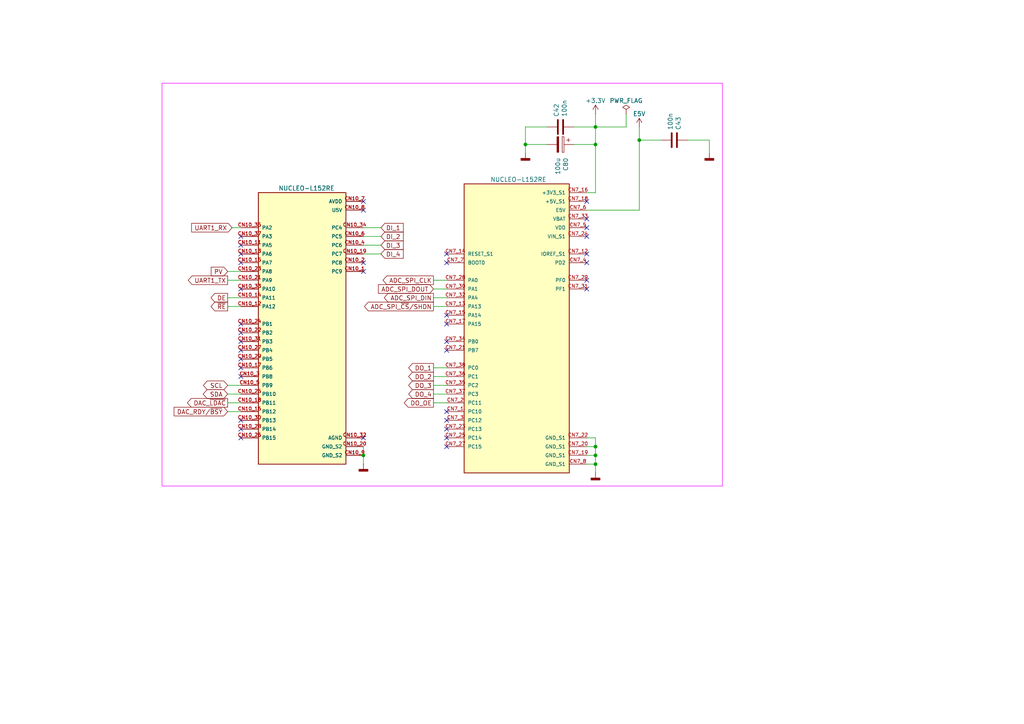
<source format=kicad_sch>
(kicad_sch (version 20250114) (generator "eeschema") (generator_version "9.0")
  (paper "A4")
  (lib_symbols
    (symbol "Device:C" (pin_numbers (hide yes)) (pin_names (offset 0.254))
      (property "Reference" "C" (at 0.635 2.54 0))
      (property "Value" "C" (at 0.635 -2.54 0))
      (symbol "C_0_1"
        (polyline (pts (xy -2.032 0.762) (xy 2.032 0.762)) (stroke (width 0.508)))
        (polyline (pts (xy -2.032 -0.762) (xy 2.032 -0.762)) (stroke (width 0.508)))
      )
      (symbol "C_1_1"
        (pin passive line (at 0 3.81 270) (length 2.794) (name "~") (number "1"))
        (pin passive line (at 0 -3.81 90) (length 2.794) (name "~") (number "2"))
      )
    )
    (symbol "Device:C_Polarized" (pin_numbers (hide yes)) (pin_names (offset 0.254))
      (property "Reference" "C" (at 0.635 2.54 0))
      (property "Value" "C_Polarized" (at 0.635 -2.54 0))
      (symbol "C_Polarized_0_1"
        (rectangle (start -2.286 0.508) (end 2.286 1.016))
        (polyline (pts (xy -1.778 2.286) (xy -0.762 2.286)))
        (polyline (pts (xy -1.27 2.794) (xy -1.27 1.778)))
        (rectangle (start 2.286 -0.508) (end -2.286 -1.016) (fill (type outline)))
      )
      (symbol "C_Polarized_1_1"
        (pin passive line (at 0 3.81 270) (length 2.794) (name "~") (number "1"))
        (pin passive line (at 0 -3.81 90) (length 2.794) (name "~") (number "2"))
      )
    )
    (symbol "NUCLEO-L152RE_1" (pin_names (offset 1.016))
      (property "Value" "NUCLEO-L152RE" (at 1.27 39.37 0))
      (symbol "NUCLEO-L152RE_1_1_0"
        (rectangle (start -15.24 -43.18) (end 15.24 40.64) (stroke (width 0.254)) (fill (type background)))
        (pin bidirectional line (at -20.32 20.32 0) (length 5.08) (name "RESET_S1") (number "CN7_14"))
        (pin bidirectional line (at -20.32 17.78 0) (length 5.08) (name "BOOT0") (number "CN7_7"))
        (pin bidirectional line (at -20.32 12.7 0) (length 5.08) (name "PA0") (number "CN7_28"))
        (pin bidirectional line (at -20.32 10.16 0) (length 5.08) (name "PA1") (number "CN7_30"))
        (pin bidirectional line (at -20.32 7.62 0) (length 5.08) (name "PA4") (number "CN7_32"))
        (pin bidirectional line (at -20.32 5.08 0) (length 5.08) (name "PA13") (number "CN7_13"))
        (pin bidirectional line (at -20.32 2.54 0) (length 5.08) (name "PA14") (number "CN7_15"))
        (pin bidirectional line (at -20.32 0 0) (length 5.08) (name "PA15") (number "CN7_17"))
        (pin bidirectional line (at -20.32 -5.08 0) (length 5.08) (name "PB0") (number "CN7_34"))
        (pin bidirectional line (at -20.32 -7.62 0) (length 5.08) (name "PB7") (number "CN7_21"))
        (pin bidirectional line (at -20.32 -12.7 0) (length 5.08) (name "PC0") (number "CN7_38"))
        (pin bidirectional line (at -20.32 -15.24 0) (length 5.08) (name "PC1") (number "CN7_36"))
        (pin bidirectional line (at -20.32 -17.78 0) (length 5.08) (name "PC2") (number "CN7_35"))
        (pin bidirectional line (at -20.32 -20.32 0) (length 5.08) (name "PC3") (number "CN7_37"))
        (pin bidirectional line (at -20.32 -22.86 0) (length 5.08) (name "PC11") (number "CN7_2"))
        (pin bidirectional line (at -20.32 -25.4 0) (length 5.08) (name "PC10") (number "CN7_1"))
        (pin bidirectional line (at -20.32 -27.94 0) (length 5.08) (name "PC12") (number "CN7_3"))
        (pin bidirectional line (at -20.32 -30.48 0) (length 5.08) (name "PC13") (number "CN7_23"))
        (pin bidirectional line (at -20.32 -33.02 0) (length 5.08) (name "PC14") (number "CN7_25"))
        (pin bidirectional line (at -20.32 -35.56 0) (length 5.08) (name "PC15") (number "CN7_27"))
        (pin power_in line (at 20.32 38.1 180) (length 5.08) (name "+3V3_S1") (number "CN7_16"))
        (pin power_in line (at 20.32 35.56 180) (length 5.08) (name "+5V_S1") (number "CN7_18"))
        (pin power_in line (at 20.32 33.02 180) (length 5.08) (name "E5V") (number "CN7_6"))
        (pin power_in line (at 20.32 30.48 180) (length 5.08) (name "VBAT") (number "CN7_33"))
        (pin power_in line (at 20.32 27.94 180) (length 5.08) (name "VDD") (number "CN7_5"))
        (pin power_in line (at 20.32 25.4 180) (length 5.08) (name "VIN_S1") (number "CN7_24"))
        (pin bidirectional line (at 20.32 20.32 180) (length 5.08) (name "IOREF_S1") (number "CN7_12"))
        (pin bidirectional line (at 20.32 17.78 180) (length 5.08) (name "PD2") (number "CN7_4"))
        (pin bidirectional line (at 20.32 12.7 180) (length 5.08) (name "PF0") (number "CN7_29"))
        (pin bidirectional line (at 20.32 10.16 180) (length 5.08) (name "PF1") (number "CN7_31"))
        (pin passive line (at 20.32 -33.02 180) (length 5.08) (name "GND_S1") (number "CN7_22"))
        (pin passive line (at 20.32 -35.56 180) (length 5.08) (name "GND_S1") (number "CN7_20"))
        (pin passive line (at 20.32 -38.1 180) (length 5.08) (name "GND_S1") (number "CN7_19"))
        (pin passive line (at 20.32 -40.64 180) (length 5.08) (name "GND_S1") (number "CN7_8"))
      )
      (symbol "NUCLEO-L152RE_1_2_0"
        (rectangle (start -12.7 -40.64) (end 12.7 38.1) (stroke (width 0.254)) (fill (type background)))
        (pin bidirectional line (at -17.78 27.94 0) (length 5.08) (name "PA2") (number "CN10_35"))
        (pin bidirectional line (at -17.78 25.4 0) (length 5.08) (name "PA3") (number "CN10_37"))
        (pin bidirectional line (at -17.78 22.86 0) (length 5.08) (name "PA5") (number "CN10_11"))
        (pin bidirectional line (at -17.78 20.32 0) (length 5.08) (name "PA6") (number "CN10_13"))
        (pin bidirectional line (at -17.78 17.78 0) (length 5.08) (name "PA7") (number "CN10_15"))
        (pin bidirectional line (at -17.78 15.24 0) (length 5.08) (name "PA8") (number "CN10_23"))
        (pin bidirectional line (at -17.78 12.7 0) (length 5.08) (name "PA9") (number "CN10_21"))
        (pin bidirectional line (at -17.78 10.16 0) (length 5.08) (name "PA10") (number "CN10_33"))
        (pin bidirectional line (at -17.78 7.62 0) (length 5.08) (name "PA11") (number "CN10_14"))
        (pin bidirectional line (at -17.78 5.08 0) (length 5.08) (name "PA12") (number "CN10_12"))
        (pin bidirectional line (at -17.78 0 0) (length 5.08) (name "PB1") (number "CN10_24"))
        (pin bidirectional line (at -17.78 -2.54 0) (length 5.08) (name "PB2") (number "CN10_22"))
        (pin bidirectional line (at -17.78 -5.08 0) (length 5.08) (name "PB3") (number "CN10_31"))
        (pin bidirectional line (at -17.78 -7.62 0) (length 5.08) (name "PB4") (number "CN10_27"))
        (pin bidirectional line (at -17.78 -10.16 0) (length 5.08) (name "PB5") (number "CN10_29"))
        (pin bidirectional line (at -17.78 -12.7 0) (length 5.08) (name "PB6") (number "CN10_17"))
        (pin bidirectional line (at -17.78 -15.24 0) (length 5.08) (name "PB8") (number "CN10_3"))
        (pin bidirectional line (at -17.78 -17.78 0) (length 5.08) (name "PB9") (number "CN10_5"))
        (pin bidirectional line (at -17.78 -20.32 0) (length 5.08) (name "PB10") (number "CN10_25"))
        (pin bidirectional line (at -17.78 -22.86 0) (length 5.08) (name "PB11") (number "CN10_18"))
        (pin bidirectional line (at -17.78 -25.4 0) (length 5.08) (name "PB12") (number "CN10_16"))
        (pin bidirectional line (at -17.78 -27.94 0) (length 5.08) (name "PB13") (number "CN10_30"))
        (pin bidirectional line (at -17.78 -30.48 0) (length 5.08) (name "PB14") (number "CN10_28"))
        (pin bidirectional line (at -17.78 -33.02 0) (length 5.08) (name "PB15") (number "CN10_26"))
        (pin power_in line (at 17.78 35.56 180) (length 5.08) (name "AVDD") (number "CN10_7"))
        (pin power_in line (at 17.78 33.02 180) (length 5.08) (name "U5V") (number "CN10_8"))
        (pin bidirectional line (at 17.78 27.94 180) (length 5.08) (name "PC4") (number "CN10_34"))
        (pin bidirectional line (at 17.78 25.4 180) (length 5.08) (name "PC5") (number "CN10_6"))
        (pin bidirectional line (at 17.78 22.86 180) (length 5.08) (name "PC6") (number "CN10_4"))
        (pin bidirectional line (at 17.78 20.32 180) (length 5.08) (name "PC7") (number "CN10_19"))
        (pin bidirectional line (at 17.78 17.78 180) (length 5.08) (name "PC8") (number "CN10_2"))
        (pin bidirectional line (at 17.78 15.24 180) (length 5.08) (name "PC9") (number "CN10_1"))
        (pin passive line (at 17.78 -33.02 180) (length 5.08) (name "AGND") (number "CN10_32"))
        (pin passive line (at 17.78 -35.56 180) (length 5.08) (name "GND_S2") (number "CN10_20"))
        (pin passive line (at 17.78 -38.1 180) (length 5.08) (name "GND_S2") (number "CN10_9"))
      )
    )
    (symbol "power:+3.3V" (power) (pin_numbers (hide yes)) (pin_names (offset 0) (hide yes))
      (property "Value" "+3.3V" (at 0 3.556 0))
      (symbol "+3.3V_0_1"
        (polyline (pts (xy -0.762 1.27) (xy 0 2.54)))
        (polyline (pts (xy 0 2.54) (xy 0.762 1.27)))
        (polyline (pts (xy 0 0) (xy 0 2.54)))
      )
      (symbol "+3.3V_1_1"
        (pin power_in line (at 0 0 90) (length 0) (name "~") (number "1"))
      )
    )
    (symbol "power:GNDD" (power) (pin_numbers (hide yes)) (pin_names (offset 0) (hide yes))
      (property "Value" "GNDD" (at 0 -3.175 0))
      (symbol "GNDD_0_1"
        (rectangle (start -1.27 -1.524) (end 1.27 -2.032) (stroke (width 0.254)) (fill (type outline)))
        (polyline (pts (xy 0 0) (xy 0 -1.524)))
      )
      (symbol "GNDD_1_1"
        (pin power_in line (at 0 0 270) (length 0) (name "~") (number "1"))
      )
    )
    (symbol "power:PWR_FLAG" (power) (pin_numbers (hide yes)) (pin_names (offset 0) (hide yes))
      (property "Value" "PWR_FLAG" (at 0 3.81 0))
      (symbol "PWR_FLAG_0_0"
        (pin power_out line (at 0 0 90) (length 0) (name "~") (number "1"))
      )
      (symbol "PWR_FLAG_0_1"
        (polyline (pts (xy 0 0) (xy 0 1.27) (xy -1.016 1.905) (xy 0 2.54) (xy 1.016 1.905) (xy 0 1.27)))
      )
    )
    (symbol "project:NUCLEO-L152RE" (pin_names (offset 1.016))
      (property "Value" "NUCLEO-L152RE" (at 1.27 39.37 0))
      (symbol "NUCLEO-L152RE_1_0"
        (rectangle (start -15.24 -43.18) (end 15.24 40.64) (stroke (width 0.254)) (fill (type background)))
        (pin bidirectional line (at -20.32 20.32 0) (length 5.08) (name "RESET_S1") (number "CN7_14"))
        (pin bidirectional line (at -20.32 17.78 0) (length 5.08) (name "BOOT0") (number "CN7_7"))
        (pin bidirectional line (at -20.32 12.7 0) (length 5.08) (name "PA0") (number "CN7_28"))
        (pin bidirectional line (at -20.32 10.16 0) (length 5.08) (name "PA1") (number "CN7_30"))
        (pin bidirectional line (at -20.32 7.62 0) (length 5.08) (name "PA4") (number "CN7_32"))
        (pin bidirectional line (at -20.32 5.08 0) (length 5.08) (name "PA13") (number "CN7_13"))
        (pin bidirectional line (at -20.32 2.54 0) (length 5.08) (name "PA14") (number "CN7_15"))
        (pin bidirectional line (at -20.32 0 0) (length 5.08) (name "PA15") (number "CN7_17"))
        (pin bidirectional line (at -20.32 -5.08 0) (length 5.08) (name "PB0") (number "CN7_34"))
        (pin bidirectional line (at -20.32 -7.62 0) (length 5.08) (name "PB7") (number "CN7_21"))
        (pin bidirectional line (at -20.32 -12.7 0) (length 5.08) (name "PC0") (number "CN7_38"))
        (pin bidirectional line (at -20.32 -15.24 0) (length 5.08) (name "PC1") (number "CN7_36"))
        (pin bidirectional line (at -20.32 -17.78 0) (length 5.08) (name "PC2") (number "CN7_35"))
        (pin bidirectional line (at -20.32 -20.32 0) (length 5.08) (name "PC3") (number "CN7_37"))
        (pin bidirectional line (at -20.32 -22.86 0) (length 5.08) (name "PC11") (number "CN7_2"))
        (pin bidirectional line (at -20.32 -25.4 0) (length 5.08) (name "PC10") (number "CN7_1"))
        (pin bidirectional line (at -20.32 -27.94 0) (length 5.08) (name "PC12") (number "CN7_3"))
        (pin bidirectional line (at -20.32 -30.48 0) (length 5.08) (name "PC13") (number "CN7_23"))
        (pin bidirectional line (at -20.32 -33.02 0) (length 5.08) (name "PC14") (number "CN7_25"))
        (pin bidirectional line (at -20.32 -35.56 0) (length 5.08) (name "PC15") (number "CN7_27"))
        (pin power_in line (at 20.32 38.1 180) (length 5.08) (name "+3V3_S1") (number "CN7_16"))
        (pin power_in line (at 20.32 35.56 180) (length 5.08) (name "+5V_S1") (number "CN7_18"))
        (pin power_in line (at 20.32 33.02 180) (length 5.08) (name "E5V") (number "CN7_6"))
        (pin power_in line (at 20.32 30.48 180) (length 5.08) (name "VBAT") (number "CN7_33"))
        (pin power_in line (at 20.32 27.94 180) (length 5.08) (name "VDD") (number "CN7_5"))
        (pin power_in line (at 20.32 25.4 180) (length 5.08) (name "VIN_S1") (number "CN7_24"))
        (pin bidirectional line (at 20.32 20.32 180) (length 5.08) (name "IOREF_S1") (number "CN7_12"))
        (pin bidirectional line (at 20.32 17.78 180) (length 5.08) (name "PD2") (number "CN7_4"))
        (pin bidirectional line (at 20.32 12.7 180) (length 5.08) (name "PF0") (number "CN7_29"))
        (pin bidirectional line (at 20.32 10.16 180) (length 5.08) (name "PF1") (number "CN7_31"))
        (pin passive line (at 20.32 -33.02 180) (length 5.08) (name "GND_S1") (number "CN7_22"))
        (pin passive line (at 20.32 -35.56 180) (length 5.08) (name "GND_S1") (number "CN7_20"))
        (pin passive line (at 20.32 -38.1 180) (length 5.08) (name "GND_S1") (number "CN7_19"))
        (pin passive line (at 20.32 -40.64 180) (length 5.08) (name "GND_S1") (number "CN7_8"))
      )
      (symbol "NUCLEO-L152RE_2_0"
        (rectangle (start -12.7 -40.64) (end 12.7 38.1) (stroke (width 0.254)) (fill (type background)))
        (pin bidirectional line (at -17.78 27.94 0) (length 5.08) (name "PA2") (number "CN10_35"))
        (pin bidirectional line (at -17.78 25.4 0) (length 5.08) (name "PA3") (number "CN10_37"))
        (pin bidirectional line (at -17.78 22.86 0) (length 5.08) (name "PA5") (number "CN10_11"))
        (pin bidirectional line (at -17.78 20.32 0) (length 5.08) (name "PA6") (number "CN10_13"))
        (pin bidirectional line (at -17.78 17.78 0) (length 5.08) (name "PA7") (number "CN10_15"))
        (pin bidirectional line (at -17.78 15.24 0) (length 5.08) (name "PA8") (number "CN10_23"))
        (pin bidirectional line (at -17.78 12.7 0) (length 5.08) (name "PA9") (number "CN10_21"))
        (pin bidirectional line (at -17.78 10.16 0) (length 5.08) (name "PA10") (number "CN10_33"))
        (pin bidirectional line (at -17.78 7.62 0) (length 5.08) (name "PA11") (number "CN10_14"))
        (pin bidirectional line (at -17.78 5.08 0) (length 5.08) (name "PA12") (number "CN10_12"))
        (pin bidirectional line (at -17.78 0 0) (length 5.08) (name "PB1") (number "CN10_24"))
        (pin bidirectional line (at -17.78 -2.54 0) (length 5.08) (name "PB2") (number "CN10_22"))
        (pin bidirectional line (at -17.78 -5.08 0) (length 5.08) (name "PB3") (number "CN10_31"))
        (pin bidirectional line (at -17.78 -7.62 0) (length 5.08) (name "PB4") (number "CN10_27"))
        (pin bidirectional line (at -17.78 -10.16 0) (length 5.08) (name "PB5") (number "CN10_29"))
        (pin bidirectional line (at -17.78 -12.7 0) (length 5.08) (name "PB6") (number "CN10_17"))
        (pin bidirectional line (at -17.78 -15.24 0) (length 5.08) (name "PB8") (number "CN10_3"))
        (pin bidirectional line (at -17.78 -17.78 0) (length 5.08) (name "PB9") (number "CN10_5"))
        (pin bidirectional line (at -17.78 -20.32 0) (length 5.08) (name "PB10") (number "CN10_25"))
        (pin bidirectional line (at -17.78 -22.86 0) (length 5.08) (name "PB11") (number "CN10_18"))
        (pin bidirectional line (at -17.78 -25.4 0) (length 5.08) (name "PB12") (number "CN10_16"))
        (pin bidirectional line (at -17.78 -27.94 0) (length 5.08) (name "PB13") (number "CN10_30"))
        (pin bidirectional line (at -17.78 -30.48 0) (length 5.08) (name "PB14") (number "CN10_28"))
        (pin bidirectional line (at -17.78 -33.02 0) (length 5.08) (name "PB15") (number "CN10_26"))
        (pin power_in line (at 17.78 35.56 180) (length 5.08) (name "AVDD") (number "CN10_7"))
        (pin power_in line (at 17.78 33.02 180) (length 5.08) (name "U5V") (number "CN10_8"))
        (pin bidirectional line (at 17.78 27.94 180) (length 5.08) (name "PC4") (number "CN10_34"))
        (pin bidirectional line (at 17.78 25.4 180) (length 5.08) (name "PC5") (number "CN10_6"))
        (pin bidirectional line (at 17.78 22.86 180) (length 5.08) (name "PC6") (number "CN10_4"))
        (pin bidirectional line (at 17.78 20.32 180) (length 5.08) (name "PC7") (number "CN10_19"))
        (pin bidirectional line (at 17.78 17.78 180) (length 5.08) (name "PC8") (number "CN10_2"))
        (pin bidirectional line (at 17.78 15.24 180) (length 5.08) (name "PC9") (number "CN10_1"))
        (pin passive line (at 17.78 -33.02 180) (length 5.08) (name "AGND") (number "CN10_32"))
        (pin passive line (at 17.78 -35.56 180) (length 5.08) (name "GND_S2") (number "CN10_20"))
        (pin passive line (at 17.78 -38.1 180) (length 5.08) (name "GND_S2") (number "CN10_9"))
      )
    )
  )
  (rectangle (start 46.99 24.13) (end 209.55 140.97) (stroke (width 0) (color 240 0 255 1)))
  (junction (at 172.72 132.08))
  (junction (at 172.72 41.91))
  (junction (at 172.72 129.54))
  (junction (at 105.41 132.08))
  (junction (at 172.72 134.62))
  (junction (at 172.72 36.83))
  (junction (at 185.42 40.64))
  (junction (at 152.4 41.91))
  (no_connect (at 69.85 96.52))
  (no_connect (at 129.54 73.66))
  (no_connect (at 105.41 58.42))
  (no_connect (at 105.41 60.96))
  (no_connect (at 69.85 121.92))
  (no_connect (at 69.85 68.58))
  (no_connect (at 170.18 66.04))
  (no_connect (at 129.54 127))
  (no_connect (at 69.85 83.82))
  (no_connect (at 129.54 93.98))
  (no_connect (at 170.18 58.42))
  (no_connect (at 69.85 101.6))
  (no_connect (at 129.54 91.44))
  (no_connect (at 170.18 63.5))
  (no_connect (at 129.54 129.54))
  (no_connect (at 170.18 81.28))
  (no_connect (at 129.54 76.2))
  (no_connect (at 69.85 127))
  (no_connect (at 69.85 93.98))
  (no_connect (at 69.85 71.12))
  (no_connect (at 129.54 124.46))
  (no_connect (at 170.18 68.58))
  (no_connect (at 129.54 121.92))
  (no_connect (at 129.54 119.38))
  (no_connect (at 69.85 124.46))
  (no_connect (at 69.85 106.68))
  (no_connect (at 105.41 127))
  (no_connect (at 105.41 78.74))
  (no_connect (at 170.18 76.2))
  (no_connect (at 170.18 73.66))
  (no_connect (at 170.18 83.82))
  (no_connect (at 129.54 101.6))
  (no_connect (at 69.85 76.2))
  (no_connect (at 129.54 99.06))
  (no_connect (at 105.41 76.2))
  (no_connect (at 69.85 104.14))
  (no_connect (at 69.85 73.66))
  (no_connect (at 69.85 99.06))
  (no_connect (at 69.85 109.22))
  (wire (pts (xy 129.54 88.9) (xy 125.73 88.9)))
  (wire (pts (xy 205.74 40.64) (xy 205.74 44.45)))
  (wire (pts (xy 152.4 41.91) (xy 158.75 41.91)))
  (wire (pts (xy 170.18 55.88) (xy 172.72 55.88)))
  (wire (pts (xy 125.73 114.3) (xy 129.54 114.3)))
  (wire (pts (xy 172.72 127) (xy 172.72 129.54)))
  (wire (pts (xy 66.04 116.84) (xy 69.85 116.84)))
  (wire (pts (xy 170.18 134.62) (xy 172.72 134.62)))
  (wire (pts (xy 185.42 40.64) (xy 191.77 40.64)))
  (wire (pts (xy 69.85 86.36) (xy 66.04 86.36)))
  (wire (pts (xy 66.04 78.74) (xy 69.85 78.74)))
  (wire (pts (xy 69.85 81.28) (xy 66.04 81.28)))
  (wire (pts (xy 125.73 106.68) (xy 129.54 106.68)))
  (wire (pts (xy 172.72 33.02) (xy 172.72 36.83)))
  (wire (pts (xy 152.4 36.83) (xy 152.4 41.91)))
  (wire (pts (xy 125.73 111.76) (xy 129.54 111.76)))
  (wire (pts (xy 66.04 88.9) (xy 69.85 88.9)))
  (wire (pts (xy 172.72 36.83) (xy 172.72 41.91)))
  (wire (pts (xy 66.04 119.38) (xy 69.85 119.38)))
  (wire (pts (xy 172.72 41.91) (xy 172.72 55.88)))
  (wire (pts (xy 199.39 40.64) (xy 205.74 40.64)))
  (wire (pts (xy 105.41 66.04) (xy 110.49 66.04)))
  (wire (pts (xy 185.42 40.64) (xy 185.42 60.96)))
  (wire (pts (xy 69.85 111.76) (xy 66.04 111.76)))
  (wire (pts (xy 67.31 66.04) (xy 69.85 66.04)))
  (wire (pts (xy 170.18 127) (xy 172.72 127)))
  (wire (pts (xy 172.72 129.54) (xy 172.72 132.08)))
  (wire (pts (xy 170.18 132.08) (xy 172.72 132.08)))
  (wire (pts (xy 181.61 36.83) (xy 172.72 36.83)))
  (wire (pts (xy 69.85 114.3) (xy 66.04 114.3)))
  (wire (pts (xy 105.41 129.54) (xy 105.41 132.08)))
  (wire (pts (xy 105.41 132.08) (xy 105.41 134.62)))
  (wire (pts (xy 129.54 83.82) (xy 125.73 83.82)))
  (wire (pts (xy 105.41 68.58) (xy 110.49 68.58)))
  (wire (pts (xy 172.72 132.08) (xy 172.72 134.62)))
  (wire (pts (xy 129.54 86.36) (xy 125.73 86.36)))
  (wire (pts (xy 170.18 129.54) (xy 172.72 129.54)))
  (wire (pts (xy 152.4 41.91) (xy 152.4 44.45)))
  (wire (pts (xy 185.42 36.83) (xy 185.42 40.64)))
  (wire (pts (xy 125.73 116.84) (xy 129.54 116.84)))
  (wire (pts (xy 105.41 71.12) (xy 110.49 71.12)))
  (wire (pts (xy 166.37 41.91) (xy 172.72 41.91)))
  (wire (pts (xy 181.61 33.02) (xy 181.61 36.83)))
  (wire (pts (xy 129.54 81.28) (xy 125.73 81.28)))
  (wire (pts (xy 125.73 109.22) (xy 129.54 109.22)))
  (wire (pts (xy 166.37 36.83) (xy 172.72 36.83)))
  (wire (pts (xy 158.75 36.83) (xy 152.4 36.83)))
  (wire (pts (xy 105.41 73.66) (xy 110.49 73.66)))
  (wire (pts (xy 172.72 134.62) (xy 172.72 137.16)))
  (wire (pts (xy 170.18 60.96) (xy 185.42 60.96)))
  (global_label "~{RE}" (shape output) (at 66.04 88.9 180) (property "Intersheetrefs" "${INTERSHEET_REFS}" (effects (hide yes))))
  (global_label "DE" (shape output) (at 66.04 86.36 180) (property "Intersheetrefs" "${INTERSHEET_REFS}" (effects (hide yes))))
  (global_label "PV" (shape input) (at 66.04 78.74 180) (property "Intersheetrefs" "${INTERSHEET_REFS}" (effects (hide yes))))
  (global_label "ADC_SPI_CLK" (shape output) (at 125.73 81.28 180) (property "Intersheetrefs" "${INTERSHEET_REFS}" (effects (hide yes))))
  (global_label "ADC_SPI_~{CS}{slash}SHDN" (shape output) (at 125.73 88.9 180) (property "Intersheetrefs" "${INTERSHEET_REFS}" (effects (hide yes))))
  (global_label "SDA" (shape bidirectional) (at 66.04 114.3 180) (property "Intersheetrefs" "${INTERSHEET_REFS}" (effects (hide yes))))
  (global_label "DI_2" (shape input) (at 110.49 68.58 0) (property "Intersheetrefs" "${INTERSHEET_REFS}" (effects (hide yes))))
  (global_label "ADC_SPI_DOUT" (shape input) (at 125.73 83.82 180) (property "Intersheetrefs" "${INTERSHEET_REFS}" (effects (hide yes))))
  (global_label "DO_2" (shape output) (at 125.73 109.22 180) (property "Intersheetrefs" "${INTERSHEET_REFS}" (effects (hide yes))))
  (global_label "UART1_TX" (shape output) (at 66.04 81.28 180) (property "Intersheetrefs" "${INTERSHEET_REFS}" (effects (hide yes))))
  (global_label "ADC_SPI_DIN" (shape output) (at 125.73 86.36 180) (property "Intersheetrefs" "${INTERSHEET_REFS}" (effects (hide yes))))
  (global_label "DAC_~{LDAC}" (shape output) (at 66.04 116.84 180) (property "Intersheetrefs" "${INTERSHEET_REFS}" (effects (hide yes))))
  (global_label "DI_3" (shape input) (at 110.49 71.12 0) (property "Intersheetrefs" "${INTERSHEET_REFS}" (effects (hide yes))))
  (global_label "DI_4" (shape input) (at 110.49 73.66 0) (property "Intersheetrefs" "${INTERSHEET_REFS}" (effects (hide yes))))
  (global_label "DI_1" (shape input) (at 110.49 66.04 0) (property "Intersheetrefs" "${INTERSHEET_REFS}" (effects (hide yes))))
  (global_label "DO_4" (shape output) (at 125.73 114.3 180) (property "Intersheetrefs" "${INTERSHEET_REFS}" (effects (hide yes))))
  (global_label "DO_3" (shape output) (at 125.73 111.76 180) (property "Intersheetrefs" "${INTERSHEET_REFS}" (effects (hide yes))))
  (global_label "DAC_RDY{slash}~{BSY}" (shape input) (at 66.04 119.38 180) (property "Intersheetrefs" "${INTERSHEET_REFS}" (effects (hide yes))))
  (global_label "DO_1" (shape output) (at 125.73 106.68 180) (property "Intersheetrefs" "${INTERSHEET_REFS}" (effects (hide yes))))
  (global_label "UART1_RX" (shape input) (at 67.31 66.04 180) (property "Intersheetrefs" "${INTERSHEET_REFS}" (effects (hide yes))))
  (global_label "SCL" (shape bidirectional) (at 66.04 111.76 180) (property "Intersheetrefs" "${INTERSHEET_REFS}" (effects (hide yes))))
  (global_label "DO_OE" (shape output) (at 125.73 116.84 180) (property "Intersheetrefs" "${INTERSHEET_REFS}" (effects (hide yes))))
  (symbol (lib_id "Device:C") (at 162.56 36.83 90) (unit 1)
    (property "Reference" "C42" (at 161.3916 33.909 0) (effects (justify left)))
    (property "Value" "100n" (at 163.703 33.909 0) (effects (justify left)))
    (property "Footprint" "Capacitor_SMD:C_1206_3216Metric" (effects (hide yes)))
    (property "Order code Farnell" "1907339" (effects (hide yes)))
    (property "Voltage" "250V" (effects (hide yes)))
  )
  (symbol (lib_id "Device:C") (at 195.58 40.64 270) (mirror x) (unit 1)
    (property "Reference" "C43" (at 196.7484 37.719 0) (effects (justify left)))
    (property "Value" "100n" (at 194.437 37.719 0) (effects (justify left)))
    (property "Footprint" "Capacitor_SMD:C_1206_3216Metric" (effects (hide yes)))
    (property "Order code Farnell" "1907339" (effects (hide yes)))
    (property "Voltage" "250V" (effects (hide yes)))
  )
  (symbol (lib_id "Device:C_Polarized") (at 162.56 41.91 270) (unit 1)
    (property "Reference" "C80" (at 164.084 45.72 0) (effects (justify left)))
    (property "Value" "100u" (at 161.798 45.72 0) (effects (justify left)))
    (property "Footprint" "Capacitor_SMD:CP_Elec_6.3x7.7" (effects (hide yes)))
    (property "Description" "Polarized capacitor" (effects (hide yes)))
    (property "Order Code Farnell" "1714695" (effects (hide yes)))
  )
  (symbol (lib_id "power:+3.3V") (at 172.72 33.02 0) (unit 1)
    (property "Reference" "#PWR0122" (effects (hide yes)))
    (property "Value" "+3.3V" (at 172.72 29.21 0))
    (property "Description" "Power symbol creates a global label with name \"+3.3V\"" (effects (hide yes)))
  )
  (symbol (lib_id "power:PWR_FLAG") (at 181.61 33.02 0) (unit 1)
    (property "Reference" "#FLG02" (effects (hide yes)))
    (property "Value" "PWR_FLAG" (at 181.61 29.21 0))
    (property "Description" "Special symbol for telling ERC where power comes from" (effects (hide yes)))
  )
  (symbol (lib_id "project:NUCLEO-L152RE") (at 87.63 93.98 0) (unit 2)
    (property "Reference" "U28" (effects (hide yes)))
    (property "Value" "NUCLEO-L152RE" (at 88.9 54.61 0))
    (property "Footprint" "NUCLEO-F303RE:ST_NUCLEO-F303RE" (effects (hide yes)))
    (property "MF" "STMicroelectronics" (effects (hide yes)))
    (property "MAXIMUM_PACKAGE_HEIGHT" "N/A" (effects (hide yes)))
    (property "Package" "None" (effects (hide yes)))
    (property "Price" "None" (effects (hide yes)))
    (property "Check_prices" "https://www.snapeda.com/parts/NUCLEO-F303RE/STMicroelectronics/view-part/?ref=eda" (effects (hide yes)))
    (property "STANDARD" "Manufacturer recommendations" (effects (hide yes)))
    (property "PARTREV" "14" (effects (hide yes)))
    (property "SnapEDA_Link" "https://www.snapeda.com/parts/NUCLEO-F303RE/STMicroelectronics/view-part/?ref=snap" (effects (hide yes)))
    (property "MP" "NUCLEO-F303RE" (effects (hide yes)))
    (property "Purchase-URL" "https://www.snapeda.com/api/url_track_click_mouser/?unipart_id=246753&manufacturer=STMicroelectronics&part_name=NUCLEO-F303RE&search_term=nucleo-64" (effects (hide yes)))
    (property "Description_1" "STM32F303RE, mbed-Enabled Development Nucleo-64 STM32F3 ARM® Cortex®-M4 MCU 32-Bit Embedded Evaluation Board" (effects (hide yes)))
    (property "Availability" "In Stock" (effects (hide yes)))
    (property "MANUFACTURER" "STMicroelectronics" (effects (hide yes)))
  )
  (symbol (lib_id "power:GNDD") (at 172.72 137.16 0) (unit 1)
    (property "Reference" "#PWR0124" (effects (hide yes)))
    (property "Value" "GNDD" (effects (hide yes)))
  )
  (symbol (lib_id "power:GNDD") (at 152.4 44.45 0) (unit 1)
    (property "Reference" "#PWR0121" (effects (hide yes)))
    (property "Value" "GNDD" (effects (hide yes)))
  )
  (symbol (lib_id "power:GNDD") (at 105.41 134.62 0) (unit 1)
    (property "Reference" "#PWR0123" (effects (hide yes)))
    (property "Value" "GNDD" (effects (hide yes)))
  )
  (symbol (lib_name "NUCLEO-L152RE_1") (lib_id "project:NUCLEO-L152RE") (at 149.86 93.98 0) (unit 1)
    (property "Reference" "U28" (effects (hide yes)))
    (property "Value" "NUCLEO-L152RE" (at 150.368 52.07 0))
    (property "Footprint" "NUCLEO-F303RE:ST_NUCLEO-F303RE" (effects (hide yes)))
    (property "MF" "STMicroelectronics" (effects (hide yes)))
    (property "MAXIMUM_PACKAGE_HEIGHT" "N/A" (effects (hide yes)))
    (property "Package" "None" (effects (hide yes)))
    (property "Price" "None" (effects (hide yes)))
    (property "Check_prices" "https://www.snapeda.com/parts/NUCLEO-F303RE/STMicroelectronics/view-part/?ref=eda" (effects (hide yes)))
    (property "STANDARD" "Manufacturer recommendations" (effects (hide yes)))
    (property "PARTREV" "14" (effects (hide yes)))
    (property "SnapEDA_Link" "https://www.snapeda.com/parts/NUCLEO-F303RE/STMicroelectronics/view-part/?ref=snap" (effects (hide yes)))
    (property "MP" "NUCLEO-F303RE" (effects (hide yes)))
    (property "Purchase-URL" "https://www.snapeda.com/api/url_track_click_mouser/?unipart_id=246753&manufacturer=STMicroelectronics&part_name=NUCLEO-F303RE&search_term=nucleo-64" (effects (hide yes)))
    (property "Description_1" "STM32F303RE, mbed-Enabled Development Nucleo-64 STM32F3 ARM® Cortex®-M4 MCU 32-Bit Embedded Evaluation Board" (effects (hide yes)))
    (property "Availability" "In Stock" (effects (hide yes)))
    (property "MANUFACTURER" "STMicroelectronics" (effects (hide yes)))
  )
  (symbol (lib_id "power:GNDD") (at 205.74 44.45 0) (unit 1)
    (property "Reference" "#PWR0126" (effects (hide yes)))
    (property "Value" "GNDD" (effects (hide yes)))
  )
  (symbol (lib_id "power:+3.3V") (at 185.42 36.83 0) (unit 1)
    (property "Reference" "#PWR0125" (effects (hide yes)))
    (property "Value" "E5V" (at 185.42 33.02 0))
    (property "Description" "Power symbol creates a global label with name \"+3.3V\"" (effects (hide yes)))
  )
)
</source>
